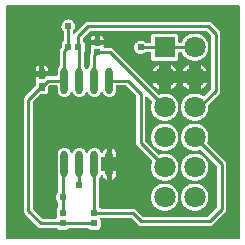
<source format=gtl>
G04 Layer: TopLayer*
G04 EasyEDA v6.5.28, 2023-04-26 18:09:45*
G04 5b3014f588d64736849814bc4e181a52,358ee61244f84d38bc88aa0054fa78fe,10*
G04 Gerber Generator version 0.2*
G04 Scale: 100 percent, Rotated: No, Reflected: No *
G04 Dimensions in millimeters *
G04 leading zeros omitted , absolute positions ,4 integer and 5 decimal *
%FSLAX45Y45*%
%MOMM*%

%AMMACRO1*21,1,$1,$2,0,0,$3*%
%ADD10C,0.2540*%
%ADD11MACRO1,0.54X0.5656X-90.0000*%
%ADD12MACRO1,0.54X0.5656X0.0000*%
%ADD13R,0.5400X0.5657*%
%ADD14MACRO1,0.54X0.7901X0.0000*%
%ADD15R,0.5400X0.7901*%
%ADD16O,0.6299962X2.2500082*%
%ADD17R,1.8000X1.8000*%
%ADD18C,1.8000*%
%ADD19C,0.6200*%
%ADD20C,0.0126*%

%LPD*%
G36*
X2322068Y3327908D02*
G01*
X2318156Y3328670D01*
X2314905Y3330905D01*
X2312670Y3334156D01*
X2311908Y3338068D01*
X2311908Y5297932D01*
X2312670Y5301843D01*
X2314905Y5305094D01*
X2318156Y5307330D01*
X2322068Y5308092D01*
X4281932Y5308092D01*
X4285843Y5307330D01*
X4289094Y5305094D01*
X4291330Y5301843D01*
X4292092Y5297932D01*
X4292092Y3338068D01*
X4291330Y3334156D01*
X4289094Y3330905D01*
X4285843Y3328670D01*
X4281932Y3327908D01*
G37*

%LPC*%
G36*
X2767584Y3407714D02*
G01*
X2820416Y3407714D01*
X2826766Y3408426D01*
X2832201Y3410356D01*
X2837129Y3413455D01*
X2841193Y3417519D01*
X2844139Y3421075D01*
X2847086Y3422751D01*
X2850438Y3423310D01*
X3004261Y3423310D01*
X3007614Y3422751D01*
X3010560Y3421075D01*
X3013506Y3417519D01*
X3017570Y3413455D01*
X3022498Y3410356D01*
X3027934Y3408426D01*
X3034284Y3407714D01*
X3087116Y3407714D01*
X3093466Y3408426D01*
X3098901Y3410356D01*
X3103829Y3413455D01*
X3107893Y3417519D01*
X3110992Y3422446D01*
X3112871Y3427882D01*
X3113582Y3434181D01*
X3113582Y3489655D01*
X3112211Y3500170D01*
X3113074Y3503929D01*
X3115310Y3507079D01*
X3118561Y3509162D01*
X3122320Y3509873D01*
X3365500Y3509873D01*
X3369411Y3509111D01*
X3372713Y3506876D01*
X3426764Y3452876D01*
X3432962Y3447745D01*
X3439668Y3444189D01*
X3446881Y3442004D01*
X3454908Y3441192D01*
X4038092Y3441192D01*
X4046118Y3442004D01*
X4053332Y3444189D01*
X4060037Y3447745D01*
X4066235Y3452876D01*
X4167124Y3553764D01*
X4172254Y3559962D01*
X4175810Y3566668D01*
X4177995Y3573881D01*
X4178808Y3581908D01*
X4178808Y3961942D01*
X4177995Y3969918D01*
X4175810Y3977182D01*
X4172254Y3983837D01*
X4167124Y3990086D01*
X4020921Y4136288D01*
X4018737Y4139539D01*
X4017924Y4143400D01*
X4018686Y4147210D01*
X4021836Y4155186D01*
X4025442Y4169308D01*
X4027271Y4183735D01*
X4027271Y4198264D01*
X4025442Y4212691D01*
X4021836Y4226814D01*
X4016451Y4240326D01*
X4009440Y4253077D01*
X4000906Y4264863D01*
X3990949Y4275480D01*
X3979722Y4284776D01*
X3967429Y4292549D01*
X3954272Y4298746D01*
X3940403Y4303268D01*
X3926128Y4305960D01*
X3911600Y4306874D01*
X3897071Y4305960D01*
X3882796Y4303268D01*
X3868928Y4298746D01*
X3855770Y4292549D01*
X3843477Y4284776D01*
X3832250Y4275480D01*
X3822293Y4264863D01*
X3813759Y4253077D01*
X3806748Y4240326D01*
X3801364Y4226814D01*
X3797757Y4212691D01*
X3795928Y4198264D01*
X3795928Y4183735D01*
X3797757Y4169308D01*
X3801364Y4155186D01*
X3806748Y4141673D01*
X3813759Y4128922D01*
X3822293Y4117136D01*
X3832250Y4106519D01*
X3843477Y4097223D01*
X3855770Y4089450D01*
X3868928Y4083253D01*
X3882796Y4078732D01*
X3897071Y4076039D01*
X3911600Y4075125D01*
X3926128Y4076039D01*
X3940403Y4078732D01*
X3954272Y4083253D01*
X3958945Y4084523D01*
X3963009Y4083812D01*
X3966464Y4081576D01*
X4098594Y3949395D01*
X4100829Y3946093D01*
X4101592Y3942232D01*
X4101592Y3601618D01*
X4100829Y3597706D01*
X4098594Y3594404D01*
X4025595Y3521405D01*
X4022293Y3519170D01*
X4018381Y3518408D01*
X3474618Y3518408D01*
X3470706Y3519170D01*
X3467404Y3521405D01*
X3413353Y3575456D01*
X3407156Y3580536D01*
X3400450Y3584092D01*
X3393236Y3586276D01*
X3385210Y3587089D01*
X3117138Y3587089D01*
X3113786Y3587648D01*
X3110839Y3589324D01*
X3107893Y3592880D01*
X3101390Y3599230D01*
X3099866Y3602177D01*
X3099308Y3605428D01*
X3099308Y3837533D01*
X3100019Y3841242D01*
X3102000Y3844442D01*
X3105962Y3848760D01*
X3111144Y3856685D01*
X3114903Y3865219D01*
X3117138Y3868420D01*
X3120390Y3870553D01*
X3124200Y3871315D01*
X3128010Y3870553D01*
X3131261Y3868420D01*
X3133496Y3865219D01*
X3137255Y3856685D01*
X3142437Y3848760D01*
X3148838Y3841800D01*
X3156305Y3835958D01*
X3164636Y3831437D01*
X3165602Y3831132D01*
X3165602Y3902405D01*
X3128264Y3902405D01*
X3124403Y3903167D01*
X3121101Y3905351D01*
X3118866Y3908653D01*
X3118104Y3912565D01*
X3118104Y4017416D01*
X3118866Y4021328D01*
X3121101Y4024629D01*
X3124403Y4026814D01*
X3128264Y4027576D01*
X3165602Y4027576D01*
X3165602Y4098848D01*
X3164636Y4098544D01*
X3156305Y4094022D01*
X3148838Y4088231D01*
X3142437Y4081221D01*
X3137255Y4073296D01*
X3133496Y4064762D01*
X3131261Y4061561D01*
X3128010Y4059478D01*
X3124200Y4058716D01*
X3120390Y4059478D01*
X3117138Y4061561D01*
X3114903Y4064762D01*
X3111144Y4073296D01*
X3105962Y4081221D01*
X3099562Y4088231D01*
X3092094Y4094022D01*
X3083763Y4098544D01*
X3074771Y4101642D01*
X3065424Y4103166D01*
X3055975Y4103166D01*
X3046628Y4101642D01*
X3037636Y4098544D01*
X3029305Y4094022D01*
X3021838Y4088231D01*
X3015437Y4081221D01*
X3010255Y4073296D01*
X3006496Y4064762D01*
X3004261Y4061561D01*
X3001010Y4059478D01*
X2997200Y4058716D01*
X2993390Y4059478D01*
X2990138Y4061561D01*
X2987903Y4064762D01*
X2984144Y4073296D01*
X2978962Y4081221D01*
X2972562Y4088231D01*
X2965094Y4094022D01*
X2956763Y4098544D01*
X2947771Y4101642D01*
X2938424Y4103166D01*
X2928975Y4103166D01*
X2919628Y4101642D01*
X2910636Y4098544D01*
X2902305Y4094022D01*
X2894838Y4088231D01*
X2888437Y4081221D01*
X2883255Y4073296D01*
X2879496Y4064762D01*
X2877261Y4061561D01*
X2874010Y4059478D01*
X2870200Y4058716D01*
X2866390Y4059478D01*
X2863138Y4061561D01*
X2860903Y4064762D01*
X2857144Y4073296D01*
X2851962Y4081221D01*
X2845562Y4088231D01*
X2838094Y4094022D01*
X2829763Y4098544D01*
X2820771Y4101642D01*
X2811424Y4103166D01*
X2801975Y4103166D01*
X2792628Y4101642D01*
X2783636Y4098544D01*
X2775305Y4094022D01*
X2767838Y4088231D01*
X2761437Y4081221D01*
X2756255Y4073296D01*
X2752445Y4064609D01*
X2750108Y4055465D01*
X2749296Y4045559D01*
X2749296Y3884422D01*
X2750108Y3874566D01*
X2752445Y3865372D01*
X2754528Y3860596D01*
X2755392Y3856482D01*
X2755392Y3728974D01*
X2754833Y3725570D01*
X2753156Y3722573D01*
X2746857Y3714851D01*
X2742184Y3706418D01*
X2738983Y3697325D01*
X2737358Y3687826D01*
X2737358Y3678174D01*
X2738983Y3668674D01*
X2742184Y3659581D01*
X2746857Y3651148D01*
X2753156Y3643426D01*
X2754833Y3640429D01*
X2755392Y3637026D01*
X2755392Y3605428D01*
X2754833Y3602177D01*
X2753309Y3599230D01*
X2746806Y3592880D01*
X2743708Y3587953D01*
X2741828Y3582517D01*
X2741117Y3576218D01*
X2741117Y3520744D01*
X2742488Y3510229D01*
X2741625Y3506470D01*
X2739390Y3503320D01*
X2736138Y3501237D01*
X2732379Y3500526D01*
X2628900Y3500526D01*
X2624988Y3501288D01*
X2621686Y3503523D01*
X2543505Y3581704D01*
X2541270Y3585006D01*
X2540508Y3588918D01*
X2540508Y4488281D01*
X2541270Y4492193D01*
X2543505Y4495495D01*
X2598724Y4550714D01*
X2602026Y4552899D01*
X2605887Y4553661D01*
X2642616Y4553661D01*
X2648966Y4554372D01*
X2654401Y4556302D01*
X2659329Y4559401D01*
X2663393Y4563465D01*
X2666492Y4568393D01*
X2668371Y4573828D01*
X2669082Y4580178D01*
X2669082Y4613198D01*
X2669895Y4617059D01*
X2672080Y4620361D01*
X2681122Y4629404D01*
X2684424Y4631639D01*
X2688336Y4632401D01*
X2739136Y4632401D01*
X2742996Y4631639D01*
X2746298Y4629404D01*
X2748534Y4626102D01*
X2749296Y4622241D01*
X2749296Y4590440D01*
X2750108Y4580534D01*
X2752445Y4571390D01*
X2756255Y4562703D01*
X2761437Y4554778D01*
X2767838Y4547768D01*
X2775305Y4541977D01*
X2783636Y4537456D01*
X2792628Y4534357D01*
X2801975Y4532833D01*
X2811424Y4532833D01*
X2820771Y4534357D01*
X2829763Y4537456D01*
X2838094Y4541977D01*
X2845562Y4547768D01*
X2851962Y4554778D01*
X2857144Y4562703D01*
X2860903Y4571238D01*
X2863138Y4574438D01*
X2866390Y4576521D01*
X2870200Y4577283D01*
X2874010Y4576521D01*
X2877261Y4574438D01*
X2879496Y4571238D01*
X2883255Y4562703D01*
X2888437Y4554778D01*
X2894838Y4547768D01*
X2902305Y4541977D01*
X2910636Y4537456D01*
X2919628Y4534357D01*
X2928975Y4532833D01*
X2938424Y4532833D01*
X2947771Y4534357D01*
X2956763Y4537456D01*
X2965094Y4541977D01*
X2972562Y4547768D01*
X2978962Y4554778D01*
X2984144Y4562703D01*
X2987903Y4571238D01*
X2990138Y4574438D01*
X2993390Y4576521D01*
X2997200Y4577283D01*
X3001010Y4576521D01*
X3004261Y4574438D01*
X3006496Y4571238D01*
X3010255Y4562703D01*
X3015437Y4554778D01*
X3021838Y4547768D01*
X3029305Y4541977D01*
X3037636Y4537456D01*
X3046628Y4534357D01*
X3055975Y4532833D01*
X3065424Y4532833D01*
X3074771Y4534357D01*
X3083763Y4537456D01*
X3092094Y4541977D01*
X3099562Y4547768D01*
X3105962Y4554778D01*
X3111144Y4562703D01*
X3114903Y4571238D01*
X3117138Y4574438D01*
X3120390Y4576521D01*
X3124200Y4577283D01*
X3128010Y4576521D01*
X3131261Y4574438D01*
X3133496Y4571238D01*
X3137255Y4562703D01*
X3142437Y4554778D01*
X3148838Y4547768D01*
X3156305Y4541977D01*
X3164636Y4537456D01*
X3173628Y4534357D01*
X3182975Y4532833D01*
X3192424Y4532833D01*
X3201771Y4534357D01*
X3210763Y4537456D01*
X3219094Y4541977D01*
X3226562Y4547768D01*
X3232962Y4554778D01*
X3238144Y4562703D01*
X3241954Y4571390D01*
X3244291Y4580534D01*
X3245104Y4590440D01*
X3245104Y4622241D01*
X3245866Y4626102D01*
X3248101Y4629404D01*
X3251403Y4631639D01*
X3255264Y4632401D01*
X3322472Y4632401D01*
X3326384Y4631639D01*
X3329686Y4629404D01*
X3412794Y4546295D01*
X3415029Y4542993D01*
X3415792Y4539081D01*
X3415792Y4140708D01*
X3416604Y4132681D01*
X3418789Y4125468D01*
X3422345Y4118813D01*
X3427476Y4112564D01*
X3548278Y3991711D01*
X3550462Y3988460D01*
X3551275Y3984650D01*
X3550564Y3980789D01*
X3547364Y3972814D01*
X3543757Y3958691D01*
X3541928Y3944264D01*
X3541928Y3929735D01*
X3543757Y3915308D01*
X3547364Y3901186D01*
X3552748Y3887673D01*
X3559759Y3874922D01*
X3568293Y3863136D01*
X3578250Y3852519D01*
X3589477Y3843223D01*
X3601770Y3835450D01*
X3614928Y3829253D01*
X3628796Y3824732D01*
X3643071Y3822039D01*
X3657600Y3821125D01*
X3672128Y3822039D01*
X3686403Y3824732D01*
X3700272Y3829253D01*
X3713429Y3835450D01*
X3725722Y3843223D01*
X3736949Y3852519D01*
X3746906Y3863136D01*
X3755440Y3874922D01*
X3762451Y3887673D01*
X3767836Y3901186D01*
X3771442Y3915308D01*
X3773271Y3929735D01*
X3773271Y3944264D01*
X3771442Y3958691D01*
X3767836Y3972814D01*
X3762451Y3986326D01*
X3755440Y3999077D01*
X3746906Y4010863D01*
X3736949Y4021480D01*
X3725722Y4030776D01*
X3713429Y4038549D01*
X3700272Y4044746D01*
X3686403Y4049268D01*
X3672128Y4051960D01*
X3657600Y4052874D01*
X3643071Y4051960D01*
X3628796Y4049268D01*
X3614928Y4044746D01*
X3610254Y4043476D01*
X3606190Y4044187D01*
X3602786Y4046474D01*
X3496005Y4153255D01*
X3493770Y4156557D01*
X3493008Y4160418D01*
X3493008Y4530496D01*
X3493770Y4534357D01*
X3496005Y4537659D01*
X3499256Y4539894D01*
X3503168Y4540656D01*
X3507079Y4539894D01*
X3510330Y4537659D01*
X3548278Y4499711D01*
X3550462Y4496460D01*
X3551275Y4492650D01*
X3550564Y4488789D01*
X3547364Y4480814D01*
X3543757Y4466691D01*
X3541928Y4452264D01*
X3541928Y4437735D01*
X3543757Y4423308D01*
X3547364Y4409186D01*
X3552748Y4395673D01*
X3559759Y4382922D01*
X3568293Y4371136D01*
X3578250Y4360519D01*
X3589477Y4351223D01*
X3601770Y4343450D01*
X3614928Y4337253D01*
X3628796Y4332732D01*
X3643071Y4330039D01*
X3657600Y4329125D01*
X3672128Y4330039D01*
X3686403Y4332732D01*
X3700272Y4337253D01*
X3713429Y4343450D01*
X3725722Y4351223D01*
X3736949Y4360519D01*
X3746906Y4371136D01*
X3755440Y4382922D01*
X3762451Y4395673D01*
X3767836Y4409186D01*
X3771442Y4423308D01*
X3773271Y4437735D01*
X3773271Y4452264D01*
X3771442Y4466691D01*
X3767836Y4480814D01*
X3762451Y4494326D01*
X3755440Y4507077D01*
X3746906Y4518863D01*
X3736949Y4529480D01*
X3725722Y4538776D01*
X3713429Y4546549D01*
X3700272Y4552746D01*
X3686403Y4557268D01*
X3672128Y4559960D01*
X3657600Y4560874D01*
X3643071Y4559960D01*
X3628796Y4557268D01*
X3614928Y4552746D01*
X3610254Y4551476D01*
X3606190Y4552188D01*
X3602786Y4554474D01*
X3220567Y4936642D01*
X3214319Y4941773D01*
X3207664Y4945329D01*
X3200400Y4947513D01*
X3192424Y4948326D01*
X3147720Y4948326D01*
X3143961Y4949037D01*
X3140710Y4951120D01*
X3138474Y4954270D01*
X3137611Y4958029D01*
X3138982Y4968544D01*
X3138982Y4975809D01*
X3105962Y4975809D01*
X3105962Y4974082D01*
X3105200Y4970170D01*
X3102965Y4966868D01*
X3099663Y4964684D01*
X3095802Y4963922D01*
X3076397Y4963922D01*
X3072536Y4964684D01*
X3069234Y4966868D01*
X3066999Y4970170D01*
X3066237Y4974082D01*
X3066237Y4975809D01*
X3033217Y4975809D01*
X3033217Y4968544D01*
X3033928Y4962245D01*
X3035960Y4956352D01*
X3036519Y4953000D01*
X3035960Y4949647D01*
X3033928Y4943754D01*
X3033217Y4937455D01*
X3033217Y4914900D01*
X3032607Y4911496D01*
X3030880Y4908499D01*
X3028645Y4905756D01*
X3025089Y4899050D01*
X3022904Y4891836D01*
X3022092Y4883810D01*
X3022092Y4798466D01*
X3021380Y4794758D01*
X3019399Y4791557D01*
X3015437Y4787239D01*
X3010255Y4779314D01*
X3006496Y4770780D01*
X3004261Y4767580D01*
X3001010Y4765446D01*
X2997200Y4764684D01*
X2993390Y4765446D01*
X2990138Y4767580D01*
X2987903Y4770780D01*
X2984144Y4779314D01*
X2978962Y4787239D01*
X2975000Y4791557D01*
X2973019Y4794758D01*
X2972308Y4798466D01*
X2972308Y4903317D01*
X2972714Y4906162D01*
X2973882Y4908804D01*
X2977743Y4914798D01*
X2979674Y4920234D01*
X2980385Y4926584D01*
X2980385Y4979416D01*
X2979674Y4985766D01*
X2977743Y4991201D01*
X2974644Y4996129D01*
X2970580Y5000193D01*
X2967024Y5003139D01*
X2965348Y5006086D01*
X2964789Y5009438D01*
X2964789Y5026863D01*
X2965551Y5030774D01*
X2967786Y5034076D01*
X3022904Y5089194D01*
X3026206Y5091430D01*
X3030118Y5092192D01*
X4005681Y5092192D01*
X4009593Y5091430D01*
X4012895Y5089194D01*
X4047794Y5054295D01*
X4050029Y5050993D01*
X4050792Y5047081D01*
X4050792Y4604918D01*
X4050029Y4601006D01*
X4047794Y4597704D01*
X3991051Y4540961D01*
X3988257Y4538980D01*
X3985006Y4538065D01*
X3981602Y4538268D01*
X3978452Y4539589D01*
X3967429Y4546549D01*
X3954272Y4552746D01*
X3940403Y4557268D01*
X3926128Y4559960D01*
X3911600Y4560874D01*
X3897071Y4559960D01*
X3882796Y4557268D01*
X3868928Y4552746D01*
X3855770Y4546549D01*
X3843477Y4538776D01*
X3832250Y4529480D01*
X3822293Y4518863D01*
X3813759Y4507077D01*
X3806748Y4494326D01*
X3801364Y4480814D01*
X3797757Y4466691D01*
X3795928Y4452264D01*
X3795928Y4437735D01*
X3797757Y4423308D01*
X3801364Y4409186D01*
X3806748Y4395673D01*
X3813759Y4382922D01*
X3822293Y4371136D01*
X3832250Y4360519D01*
X3843477Y4351223D01*
X3855770Y4343450D01*
X3868928Y4337253D01*
X3882796Y4332732D01*
X3897071Y4330039D01*
X3911600Y4329125D01*
X3926128Y4330039D01*
X3940403Y4332732D01*
X3954272Y4337253D01*
X3967429Y4343450D01*
X3979722Y4351223D01*
X3990949Y4360519D01*
X4000906Y4371136D01*
X4009440Y4382922D01*
X4016451Y4395673D01*
X4021836Y4409186D01*
X4025442Y4423308D01*
X4027271Y4437735D01*
X4027271Y4452264D01*
X4026103Y4461256D01*
X4026204Y4464354D01*
X4027220Y4467250D01*
X4028998Y4469739D01*
X4116324Y4557064D01*
X4121454Y4563262D01*
X4125010Y4569968D01*
X4127195Y4577181D01*
X4128008Y4585208D01*
X4128008Y5066792D01*
X4127195Y5074818D01*
X4125010Y5082032D01*
X4121454Y5088737D01*
X4116324Y5094935D01*
X4053535Y5157724D01*
X4047337Y5162854D01*
X4040632Y5166410D01*
X4033418Y5168595D01*
X4025392Y5169408D01*
X3010408Y5169408D01*
X3002381Y5168595D01*
X2995168Y5166410D01*
X2988462Y5162854D01*
X2982264Y5157724D01*
X2899257Y5074716D01*
X2896260Y5071059D01*
X2893009Y5068468D01*
X2889046Y5067401D01*
X2884982Y5067960D01*
X2881426Y5070094D01*
X2879039Y5073497D01*
X2878226Y5077510D01*
X2878226Y5085080D01*
X2878937Y5088890D01*
X2881071Y5092141D01*
X2883865Y5095087D01*
X2889250Y5103063D01*
X2893263Y5111851D01*
X2895650Y5121198D01*
X2896514Y5130800D01*
X2895650Y5140401D01*
X2893263Y5149748D01*
X2889250Y5158536D01*
X2883865Y5166512D01*
X2877210Y5173472D01*
X2869438Y5179212D01*
X2860802Y5183581D01*
X2851607Y5186375D01*
X2842056Y5187645D01*
X2832404Y5187188D01*
X2822956Y5185156D01*
X2814015Y5181600D01*
X2805785Y5176520D01*
X2798572Y5170170D01*
X2792476Y5162651D01*
X2787802Y5154218D01*
X2784602Y5145125D01*
X2782976Y5135626D01*
X2782976Y5125974D01*
X2784602Y5116474D01*
X2787802Y5107381D01*
X2792476Y5098948D01*
X2798775Y5091226D01*
X2800451Y5088229D01*
X2801010Y5084826D01*
X2801010Y5009438D01*
X2800451Y5006086D01*
X2798775Y5003139D01*
X2795219Y5000193D01*
X2791155Y4996129D01*
X2788056Y4991201D01*
X2786126Y4985766D01*
X2785414Y4979416D01*
X2785414Y4957622D01*
X2784652Y4953711D01*
X2782468Y4950460D01*
X2779776Y4947716D01*
X2774645Y4941519D01*
X2771089Y4934864D01*
X2768904Y4927600D01*
X2768092Y4919573D01*
X2768092Y4798466D01*
X2767380Y4794758D01*
X2765399Y4791557D01*
X2761437Y4787239D01*
X2756255Y4779314D01*
X2752445Y4770628D01*
X2750108Y4761433D01*
X2749296Y4751578D01*
X2749296Y4719777D01*
X2748534Y4715865D01*
X2746298Y4712614D01*
X2742996Y4710379D01*
X2739136Y4709617D01*
X2668625Y4709617D01*
X2660599Y4708804D01*
X2653334Y4706620D01*
X2646934Y4703216D01*
X2644648Y4702302D01*
X2642158Y4701997D01*
X2636062Y4701997D01*
X2636062Y4697730D01*
X2635300Y4693869D01*
X2633065Y4690567D01*
X2629966Y4687468D01*
X2626715Y4685284D01*
X2622804Y4684522D01*
X2606497Y4684522D01*
X2602636Y4685284D01*
X2599334Y4687468D01*
X2597099Y4690770D01*
X2596337Y4694682D01*
X2596337Y4701997D01*
X2563317Y4701997D01*
X2563317Y4689195D01*
X2564028Y4682845D01*
X2566060Y4676952D01*
X2566619Y4673600D01*
X2566060Y4670247D01*
X2564028Y4664354D01*
X2563317Y4658004D01*
X2563317Y4628692D01*
X2562504Y4624832D01*
X2560320Y4621530D01*
X2474976Y4536135D01*
X2469845Y4529937D01*
X2466289Y4523232D01*
X2464104Y4516018D01*
X2463292Y4507992D01*
X2463292Y3569208D01*
X2464104Y3561181D01*
X2466289Y3553968D01*
X2469845Y3547262D01*
X2474976Y3541064D01*
X2581046Y3434943D01*
X2587244Y3429863D01*
X2593949Y3426307D01*
X2601163Y3424072D01*
X2609189Y3423310D01*
X2737561Y3423310D01*
X2740914Y3422751D01*
X2743860Y3421075D01*
X2746806Y3417519D01*
X2750870Y3413455D01*
X2755798Y3410356D01*
X2761234Y3408426D01*
G37*
G36*
X3911600Y3567125D02*
G01*
X3926128Y3568039D01*
X3940403Y3570732D01*
X3954272Y3575253D01*
X3967429Y3581450D01*
X3979722Y3589223D01*
X3990949Y3598519D01*
X4000906Y3609136D01*
X4009440Y3620922D01*
X4016451Y3633673D01*
X4021836Y3647186D01*
X4025442Y3661308D01*
X4027271Y3675735D01*
X4027271Y3690264D01*
X4025442Y3704691D01*
X4021836Y3718814D01*
X4016451Y3732326D01*
X4009440Y3745077D01*
X4000906Y3756863D01*
X3990949Y3767480D01*
X3979722Y3776776D01*
X3967429Y3784549D01*
X3954272Y3790746D01*
X3940403Y3795268D01*
X3926128Y3797960D01*
X3911600Y3798874D01*
X3897071Y3797960D01*
X3882796Y3795268D01*
X3868928Y3790746D01*
X3855770Y3784549D01*
X3843477Y3776776D01*
X3832250Y3767480D01*
X3822293Y3756863D01*
X3813759Y3745077D01*
X3806748Y3732326D01*
X3801364Y3718814D01*
X3797757Y3704691D01*
X3795928Y3690264D01*
X3795928Y3675735D01*
X3797757Y3661308D01*
X3801364Y3647186D01*
X3806748Y3633673D01*
X3813759Y3620922D01*
X3822293Y3609136D01*
X3832250Y3598519D01*
X3843477Y3589223D01*
X3855770Y3581450D01*
X3868928Y3575253D01*
X3882796Y3570732D01*
X3897071Y3568039D01*
G37*
G36*
X3657600Y3567125D02*
G01*
X3672128Y3568039D01*
X3686403Y3570732D01*
X3700272Y3575253D01*
X3713429Y3581450D01*
X3725722Y3589223D01*
X3736949Y3598519D01*
X3746906Y3609136D01*
X3755440Y3620922D01*
X3762451Y3633673D01*
X3767836Y3647186D01*
X3771442Y3661308D01*
X3773271Y3675735D01*
X3773271Y3690264D01*
X3771442Y3704691D01*
X3767836Y3718814D01*
X3762451Y3732326D01*
X3755440Y3745077D01*
X3746906Y3756863D01*
X3736949Y3767480D01*
X3725722Y3776776D01*
X3713429Y3784549D01*
X3700272Y3790746D01*
X3686403Y3795268D01*
X3672128Y3797960D01*
X3657600Y3798874D01*
X3643071Y3797960D01*
X3628796Y3795268D01*
X3614928Y3790746D01*
X3601770Y3784549D01*
X3589477Y3776776D01*
X3578250Y3767480D01*
X3568293Y3756863D01*
X3559759Y3745077D01*
X3552748Y3732326D01*
X3547364Y3718814D01*
X3543757Y3704691D01*
X3541928Y3690264D01*
X3541928Y3675735D01*
X3543757Y3661308D01*
X3547364Y3647186D01*
X3552748Y3633673D01*
X3559759Y3620922D01*
X3568293Y3609136D01*
X3578250Y3598519D01*
X3589477Y3589223D01*
X3601770Y3581450D01*
X3614928Y3575253D01*
X3628796Y3570732D01*
X3643071Y3568039D01*
G37*
G36*
X3911600Y3821125D02*
G01*
X3926128Y3822039D01*
X3940403Y3824732D01*
X3954272Y3829253D01*
X3967429Y3835450D01*
X3979722Y3843223D01*
X3990949Y3852519D01*
X4000906Y3863136D01*
X4009440Y3874922D01*
X4016451Y3887673D01*
X4021836Y3901186D01*
X4025442Y3915308D01*
X4027271Y3929735D01*
X4027271Y3944264D01*
X4025442Y3958691D01*
X4021836Y3972814D01*
X4016451Y3986326D01*
X4009440Y3999077D01*
X4000906Y4010863D01*
X3990949Y4021480D01*
X3979722Y4030776D01*
X3967429Y4038549D01*
X3954272Y4044746D01*
X3940403Y4049268D01*
X3926128Y4051960D01*
X3911600Y4052874D01*
X3897071Y4051960D01*
X3882796Y4049268D01*
X3868928Y4044746D01*
X3855770Y4038549D01*
X3843477Y4030776D01*
X3832250Y4021480D01*
X3822293Y4010863D01*
X3813759Y3999077D01*
X3806748Y3986326D01*
X3801364Y3972814D01*
X3797757Y3958691D01*
X3795928Y3944264D01*
X3795928Y3929735D01*
X3797757Y3915308D01*
X3801364Y3901186D01*
X3806748Y3887673D01*
X3813759Y3874922D01*
X3822293Y3863136D01*
X3832250Y3852519D01*
X3843477Y3843223D01*
X3855770Y3835450D01*
X3868928Y3829253D01*
X3882796Y3824732D01*
X3897071Y3822039D01*
G37*
G36*
X3209798Y3831132D02*
G01*
X3210763Y3831437D01*
X3219094Y3835958D01*
X3226562Y3841800D01*
X3232962Y3848760D01*
X3238144Y3856685D01*
X3241954Y3865372D01*
X3244291Y3874566D01*
X3245104Y3884422D01*
X3245104Y3902405D01*
X3209798Y3902405D01*
G37*
G36*
X3209798Y4027576D02*
G01*
X3245104Y4027576D01*
X3245104Y4045559D01*
X3244291Y4055465D01*
X3241954Y4064609D01*
X3238144Y4073296D01*
X3232962Y4081221D01*
X3226562Y4088231D01*
X3219094Y4094022D01*
X3210763Y4098544D01*
X3209798Y4098848D01*
G37*
G36*
X3657600Y4075125D02*
G01*
X3672128Y4076039D01*
X3686403Y4078732D01*
X3700272Y4083253D01*
X3713429Y4089450D01*
X3725722Y4097223D01*
X3736949Y4106519D01*
X3746906Y4117136D01*
X3755440Y4128922D01*
X3762451Y4141673D01*
X3767836Y4155186D01*
X3771442Y4169308D01*
X3773271Y4183735D01*
X3773271Y4198264D01*
X3771442Y4212691D01*
X3767836Y4226814D01*
X3762451Y4240326D01*
X3755440Y4253077D01*
X3746906Y4264863D01*
X3736949Y4275480D01*
X3725722Y4284776D01*
X3713429Y4292549D01*
X3700272Y4298746D01*
X3686403Y4303268D01*
X3672128Y4305960D01*
X3657600Y4306874D01*
X3643071Y4305960D01*
X3628796Y4303268D01*
X3614928Y4298746D01*
X3601770Y4292549D01*
X3589477Y4284776D01*
X3578250Y4275480D01*
X3568293Y4264863D01*
X3559759Y4253077D01*
X3552748Y4240326D01*
X3547364Y4226814D01*
X3543757Y4212691D01*
X3541928Y4198264D01*
X3541928Y4183735D01*
X3543757Y4169308D01*
X3547364Y4155186D01*
X3552748Y4141673D01*
X3559759Y4128922D01*
X3568293Y4117136D01*
X3578250Y4106519D01*
X3589477Y4097223D01*
X3601770Y4089450D01*
X3614928Y4083253D01*
X3628796Y4078732D01*
X3643071Y4076039D01*
G37*
G36*
X3860241Y4595317D02*
G01*
X3860241Y4647641D01*
X3807866Y4647641D01*
X3813759Y4636922D01*
X3822293Y4625136D01*
X3832250Y4614519D01*
X3843477Y4605223D01*
X3855770Y4597450D01*
G37*
G36*
X3606241Y4595317D02*
G01*
X3606241Y4647641D01*
X3553866Y4647641D01*
X3559759Y4636922D01*
X3568293Y4625136D01*
X3578250Y4614519D01*
X3589477Y4605223D01*
X3601770Y4597450D01*
G37*
G36*
X3962958Y4595317D02*
G01*
X3967429Y4597450D01*
X3979722Y4605223D01*
X3990949Y4614519D01*
X4000906Y4625136D01*
X4009440Y4636922D01*
X4015333Y4647641D01*
X3962958Y4647641D01*
G37*
G36*
X3708958Y4595317D02*
G01*
X3713429Y4597450D01*
X3725722Y4605223D01*
X3736949Y4614519D01*
X3746906Y4625136D01*
X3755440Y4636922D01*
X3761333Y4647641D01*
X3708958Y4647641D01*
G37*
G36*
X3708958Y4750358D02*
G01*
X3761333Y4750358D01*
X3755440Y4761077D01*
X3746906Y4772863D01*
X3736949Y4783480D01*
X3725722Y4792776D01*
X3713429Y4800549D01*
X3708958Y4802682D01*
G37*
G36*
X3962958Y4750358D02*
G01*
X4015333Y4750358D01*
X4009440Y4761077D01*
X4000906Y4772863D01*
X3990949Y4783480D01*
X3979722Y4792776D01*
X3967429Y4800549D01*
X3962958Y4802682D01*
G37*
G36*
X3553866Y4750358D02*
G01*
X3606241Y4750358D01*
X3606241Y4802682D01*
X3601770Y4800549D01*
X3589477Y4792776D01*
X3578250Y4783480D01*
X3568293Y4772863D01*
X3559759Y4761077D01*
G37*
G36*
X3807866Y4750358D02*
G01*
X3860241Y4750358D01*
X3860241Y4802682D01*
X3855770Y4800549D01*
X3843477Y4792776D01*
X3832250Y4783480D01*
X3822293Y4772863D01*
X3813759Y4761077D01*
G37*
G36*
X2563317Y4754219D02*
G01*
X2596337Y4754219D01*
X2596337Y4793538D01*
X2589784Y4793538D01*
X2583434Y4792827D01*
X2577998Y4790897D01*
X2573070Y4787798D01*
X2569006Y4783734D01*
X2565908Y4778806D01*
X2564028Y4773371D01*
X2563317Y4767021D01*
G37*
G36*
X2636062Y4754219D02*
G01*
X2669082Y4754219D01*
X2669082Y4767021D01*
X2668371Y4773371D01*
X2666492Y4778806D01*
X2663393Y4783734D01*
X2659329Y4787798D01*
X2654401Y4790897D01*
X2648966Y4792827D01*
X2642616Y4793538D01*
X2636062Y4793538D01*
G37*
G36*
X3568192Y4837074D02*
G01*
X3747008Y4837074D01*
X3753358Y4837785D01*
X3758793Y4839716D01*
X3763721Y4842814D01*
X3767785Y4846878D01*
X3770884Y4851806D01*
X3772814Y4857242D01*
X3773525Y4863592D01*
X3773525Y4904232D01*
X3774287Y4908143D01*
X3776472Y4911445D01*
X3779774Y4913630D01*
X3783685Y4914392D01*
X3795572Y4914392D01*
X3799535Y4913630D01*
X3802837Y4911344D01*
X3805021Y4907991D01*
X3806748Y4903673D01*
X3813759Y4890922D01*
X3822293Y4879136D01*
X3832250Y4868519D01*
X3843477Y4859223D01*
X3855770Y4851450D01*
X3868928Y4845253D01*
X3882796Y4840732D01*
X3897071Y4838039D01*
X3911600Y4837125D01*
X3926128Y4838039D01*
X3940403Y4840732D01*
X3954272Y4845253D01*
X3967429Y4851450D01*
X3979722Y4859223D01*
X3990949Y4868519D01*
X4000906Y4879136D01*
X4009440Y4890922D01*
X4016451Y4903673D01*
X4021836Y4917186D01*
X4025442Y4931308D01*
X4027271Y4945735D01*
X4027271Y4960264D01*
X4025442Y4974691D01*
X4021836Y4988814D01*
X4016451Y5002326D01*
X4009440Y5015077D01*
X4000906Y5026863D01*
X3990949Y5037480D01*
X3979722Y5046776D01*
X3967429Y5054549D01*
X3954272Y5060746D01*
X3940403Y5065268D01*
X3926128Y5067960D01*
X3911600Y5068874D01*
X3897071Y5067960D01*
X3882796Y5065268D01*
X3868928Y5060746D01*
X3855770Y5054549D01*
X3843477Y5046776D01*
X3832250Y5037480D01*
X3822293Y5026863D01*
X3813759Y5015077D01*
X3806748Y5002326D01*
X3805021Y4998059D01*
X3802837Y4994656D01*
X3799535Y4992420D01*
X3795572Y4991608D01*
X3783685Y4991608D01*
X3779774Y4992370D01*
X3776472Y4994605D01*
X3774287Y4997907D01*
X3773525Y5001768D01*
X3773525Y5042408D01*
X3772814Y5048758D01*
X3770884Y5054193D01*
X3767785Y5059121D01*
X3763721Y5063185D01*
X3758793Y5066284D01*
X3753358Y5068214D01*
X3747008Y5068925D01*
X3568192Y5068925D01*
X3561842Y5068214D01*
X3556406Y5066284D01*
X3551478Y5063185D01*
X3547414Y5059121D01*
X3544315Y5054193D01*
X3542385Y5048758D01*
X3541674Y5042408D01*
X3541674Y5001768D01*
X3540912Y4997907D01*
X3538728Y4994605D01*
X3535426Y4992370D01*
X3531514Y4991608D01*
X3500221Y4991608D01*
X3496259Y4992420D01*
X3484219Y5001412D01*
X3475583Y5005781D01*
X3466388Y5008575D01*
X3456838Y5009845D01*
X3447186Y5009388D01*
X3437737Y5007356D01*
X3428796Y5003800D01*
X3420567Y4998720D01*
X3413353Y4992370D01*
X3407257Y4984851D01*
X3402584Y4976418D01*
X3399383Y4967325D01*
X3397758Y4957826D01*
X3397758Y4948174D01*
X3399383Y4938674D01*
X3402584Y4929581D01*
X3407257Y4921148D01*
X3413353Y4913630D01*
X3420567Y4907280D01*
X3428796Y4902200D01*
X3437737Y4898644D01*
X3447186Y4896612D01*
X3456838Y4896154D01*
X3466388Y4897424D01*
X3475583Y4900218D01*
X3484219Y4904587D01*
X3496259Y4913579D01*
X3500221Y4914392D01*
X3531514Y4914392D01*
X3535426Y4913630D01*
X3538728Y4911394D01*
X3540912Y4908143D01*
X3541674Y4904232D01*
X3541674Y4863592D01*
X3542385Y4857242D01*
X3544315Y4851806D01*
X3547414Y4846878D01*
X3551478Y4842814D01*
X3556406Y4839716D01*
X3561842Y4837785D01*
G37*
G36*
X3033217Y5016754D02*
G01*
X3066237Y5016754D01*
X3066237Y5050485D01*
X3059684Y5050485D01*
X3053334Y5049774D01*
X3047898Y5047843D01*
X3042970Y5044744D01*
X3038906Y5040680D01*
X3035808Y5035753D01*
X3033928Y5030317D01*
X3033217Y5024018D01*
G37*
G36*
X3105962Y5016754D02*
G01*
X3138982Y5016754D01*
X3138982Y5024018D01*
X3138271Y5030317D01*
X3136392Y5035753D01*
X3133293Y5040680D01*
X3129229Y5044744D01*
X3124301Y5047843D01*
X3118866Y5049774D01*
X3112516Y5050485D01*
X3105962Y5050485D01*
G37*

%LPD*%
D10*
X3911612Y4445012D02*
G01*
X3949712Y4445012D01*
X4089400Y4584700D01*
X4089400Y5067300D01*
X4025900Y5130800D01*
X3009900Y5130800D01*
X3454400Y4953000D02*
G01*
X3657610Y4953010D01*
X3657610Y4953010D02*
G01*
X3911610Y4953010D01*
X2839615Y4953000D02*
G01*
X2839615Y5130800D01*
X3009900Y5130800D02*
G01*
X2926184Y5047084D01*
X2926184Y4953000D01*
X3086100Y4909718D02*
G01*
X3192901Y4909718D01*
X3657610Y4445010D01*
X3187700Y4671006D02*
G01*
X3342693Y4671006D01*
X3454400Y4559300D01*
X3454400Y4140220D01*
X3657610Y3937010D01*
X3060700Y3964993D02*
G01*
X3060700Y3548484D01*
X2933700Y3964993D02*
G01*
X2933700Y3784600D01*
X3454400Y3479800D02*
G01*
X4038600Y3479800D01*
X4140200Y3581400D01*
X4140200Y3962417D01*
X3911612Y4191012D01*
X3060700Y3548484D02*
G01*
X3385715Y3548484D01*
X3454400Y3479800D01*
X2616200Y4619091D02*
G01*
X2612491Y4619091D01*
X2501900Y4508500D01*
X2501900Y3568700D01*
X2608684Y3461915D01*
X2794000Y3461915D01*
X2806700Y4671006D02*
G01*
X2806700Y4920084D01*
X2839615Y4953000D01*
X2839615Y4965700D01*
X2926184Y4965700D02*
G01*
X2926184Y4953000D01*
X2933700Y4945484D01*
X2933700Y4671006D01*
X2806700Y3964993D02*
G01*
X2794000Y3952293D01*
X2794000Y3683000D01*
X2794000Y3683000D02*
G01*
X2794000Y3548484D01*
X2794000Y3461915D02*
G01*
X3060700Y3461915D01*
X3086100Y4909715D02*
G01*
X3060700Y4884315D01*
X3060700Y4671006D01*
X2616200Y4619091D02*
G01*
X2668115Y4671006D01*
X2806700Y4671006D01*
D11*
G01*
X2839617Y4953000D03*
G01*
X2926182Y4953000D03*
D12*
G01*
X2794000Y3461917D03*
D13*
G01*
X2794000Y3548481D03*
D12*
G01*
X3060700Y3548482D03*
D13*
G01*
X3060700Y3461918D03*
D12*
G01*
X3086100Y4909717D03*
D13*
G01*
X3086100Y4996281D03*
D14*
G01*
X2616200Y4728105D03*
D15*
G01*
X2616200Y4619091D03*
D16*
G01*
X2806700Y3964990D03*
G01*
X2933700Y3964990D03*
G01*
X3060700Y3964990D03*
G01*
X3187700Y3964990D03*
G01*
X2806700Y4671009D03*
G01*
X2933700Y4671009D03*
G01*
X3060700Y4671009D03*
G01*
X3187700Y4671009D03*
D17*
G01*
X3657610Y4953010D03*
D18*
G01*
X3911610Y4953010D03*
G01*
X3657610Y4699010D03*
G01*
X3911610Y4699010D03*
G01*
X3657610Y4445010D03*
G01*
X3911610Y4445010D03*
G01*
X3657610Y4191010D03*
G01*
X3911610Y4191010D03*
G01*
X3657610Y3937010D03*
G01*
X3911610Y3937010D03*
G01*
X3657610Y3683010D03*
G01*
X3911610Y3683010D03*
D19*
G01*
X2839618Y5130800D03*
G01*
X3454400Y4953000D03*
G01*
X2794000Y3683000D03*
G01*
X2933700Y3784600D03*
M02*

</source>
